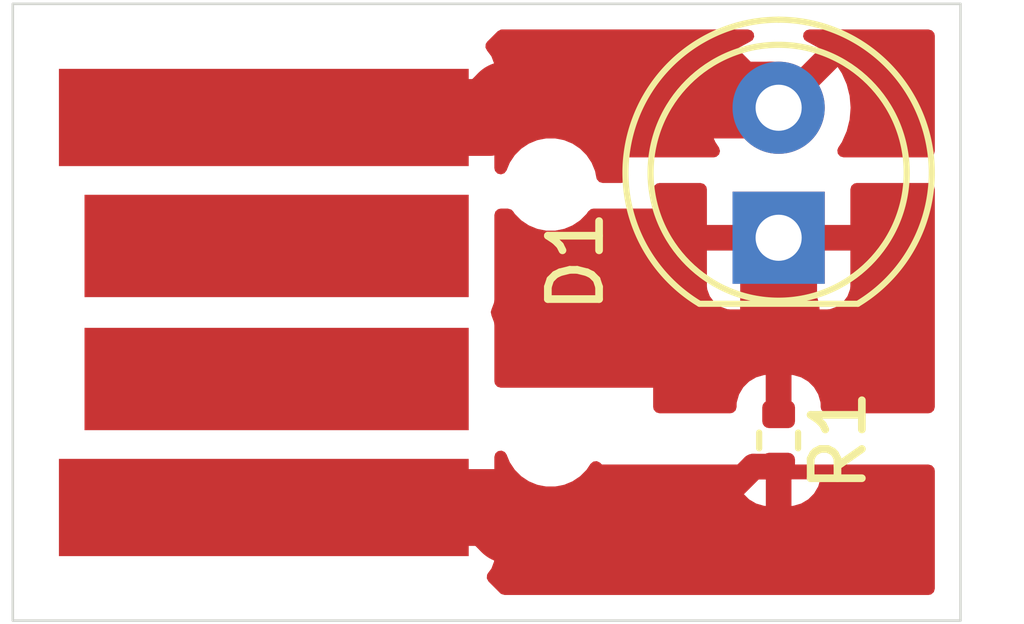
<source format=kicad_pcb>
(kicad_pcb (version 20240108) (generator "pcbnew") (generator_version "8.0")
  (layers (0 "F.Cu" signal) (31 "B.Cu" signal) (34 "B.Paste" user) (35 "F.Paste" user) (36 "B.SilkS" user "B.Silkscreen") (37 "F.SilkS" user "F.Silkscreen") (38 "B.Mask" user) (39 "F.Mask" user) (44 "Edge.Cuts" user))
  (net 0 "")
  (net 1 "+5V")
  (net 2 "Net-(D1-K)")
  (net 3 "GND")
  (footprint "Resistor_SMD:R_0402_1005Metric" (layer "F.Cu") (at 157 102 -90)
    (property "Reference" "R1" (at 0 -1.17 90) (layer "F.SilkS"))
    (property "Value" "100")
    (fp_line (start -0.153641 0.38) (end 0.153641 0.38) (stroke (width 0.12)) (layer "F.SilkS"))
    (fp_line (start -0.153641 -0.38) (end 0.153641 -0.38) (stroke (width 0.12)) (layer "F.SilkS"))
    (pad "1" smd roundrect (at -0.51 0 270) (size 0.54 0.64) (layers "F.Cu" "F.Paste" "F.Mask") (net 2 "Net-(D1-K)"))
    (pad "2" smd roundrect (at 0.51 0 270) (size 0.54 0.64) (layers "F.Cu" "F.Paste" "F.Mask") (net 3 "GND"))
  )
  (footprint "LED_THT:LED_D5.0mm" (layer "F.Cu") (at 157 98.04 90)
    (property "Reference" "D1" (at -0.46 -3.96 90) (layer "F.SilkS"))
    (property "Value" "white")
    (fp_line (start -1.29 -1.545) (end -1.29 1.545) (stroke (width 0.12)) (layer "F.SilkS"))
    (fp_arc (start -1.29 -1.54483) (mid 2.072002 -2.880433) (end 4.26 0.000462) (stroke (width 0.12)) (layer "F.SilkS"))
    (fp_arc (start 4.26 -0.000462) (mid 2.072002 2.880433) (end -1.29 1.54483) (stroke (width 0.12)) (layer "F.SilkS"))
    (fp_circle (center 1.27 0) (end 3.77 0) (stroke (width 0.12)) (fill none) (layer "F.SilkS"))
    (pad "1" thru_hole rect (at 0 0 90) (size 1.8 1.8) (drill 0.9) (layers "*.Cu" "*.Mask") (net 2 "Net-(D1-K)"))
    (pad "2" thru_hole circle (at 2.54 0 90) (size 1.8 1.8) (drill 0.9) (layers "*.Cu" "*.Mask") (net 1 "+5V"))
  )
  (footprint "MAG_USB:usb-PCB-holes" (layer "F.Cu") (at 142.05 99.5 -90)
    (property "Reference" "J1" (hide yes))
    (property "Value" "USB_A_No-Shield" (hide yes))
    (pad "" np_thru_hole circle (at -2.5 -10.5 270) (size 1.3 1.3) (drill 1.3) (layers "F&B.Cu" "*.Mask"))
    (pad "" np_thru_hole circle (at 2.5 -10.5 270) (size 1.3 1.3) (drill 1.3) (layers "F&B.Cu" "*.Mask"))
    (pad "1" connect rect (at -3.81 -4.9 270) (size 1.9 8) (layers "F.Cu" "F.Mask") (net 1 "+5V"))
    (pad "2" connect rect (at -1.3 -5.15 270) (size 2 7.5) (layers "F.Cu" "F.Mask"))
    (pad "3" connect rect (at 1.3 -5.15 270) (size 2 7.5) (layers "F.Cu" "F.Mask"))
    (pad "4" connect rect (at 3.81 -4.9 270) (size 1.9 8) (layers "F.Cu" "F.Mask") (net 3 "GND"))
  )
  (gr_rect (start 142.05 93.47) (end 160.55 105.52) (stroke (width 0.05)) (fill none) (layer "Edge.Cuts"))
  (segment (start 151.67 95.35) (end 156.85 95.35) (width 1.5) (layer "F.Cu") (net 1))
  (segment (start 146.95 95.69) (end 151.33 95.69) (width 1.5) (layer "F.Cu") (net 1))
  (segment (start 156.85 95.35) (end 157 95.5) (width 1.5) (layer "F.Cu") (net 1))
  (segment (start 151.33 95.69) (end 151.67 95.35) (width 1.5) (layer "F.Cu") (net 1))
  (segment (start 157 99.42) (end 157.05 99.47) (width 1.5) (layer "F.Cu") (net 2))
  (segment (start 157 101.49) (end 157 99.42) (width 0.5) (layer "F.Cu") (net 2))
  (segment (start 157 98.04) (end 157 99.42) (width 1.5) (layer "F.Cu") (net 2))
  (segment (start 151.39 103.31) (end 151.55 103.47) (width 1.5) (layer "F.Cu") (net 3))
  (segment (start 151.55 103.47) (end 151.73 103.65) (width 1.5) (layer "F.Cu") (net 3))
  (segment (start 155.37 103.65) (end 155.55 103.47) (width 1.5) (layer "F.Cu") (net 3))
  (segment (start 156.51 102.51) (end 155.55 103.47) (width 0.5) (layer "F.Cu") (net 3))
  (segment (start 151.73 103.65) (end 155.37 103.65) (width 1.5) (layer "F.Cu") (net 3))
  (segment (start 157 102.51) (end 156.51 102.51) (width 0.5) (layer "F.Cu") (net 3))
  (segment (start 146.95 103.31) (end 151.39 103.31) (width 1.5) (layer "F.Cu") (net 3))
  (zone (net 3) (net_name "GND") (layer "F.Cu") (priority 2) (connect_pads (clearance 0.5)) (min_thickness 0.25) (fill yes (thermal_gap 0.5) (thermal_bridge_width 0.5) (island_removal_mode 1) (island_area_min 10))
    (polygon (pts (xy 160.55 102.47) (xy 153.55 102.47) (xy 153.55 101.97) (xy 151.05 101.97) (xy 151.05 104.47) (xy 151.05 103.97) (xy 151.05 104.47) (xy 152.05 105.47) (xy 160.55 105.47)))
  )
  (zone (net 1) (net_name "+5V") (layer "F.Cu") (connect_pads (clearance 0.5)) (min_thickness 0.25) (fill yes (thermal_gap 0.5) (thermal_bridge_width 0.5) (island_removal_mode 1) (island_area_min 10))
    (polygon (pts (xy 160.55 93.47) (xy 152.05 93.47) (xy 151.55 93.97) (xy 151.05 94.47) (xy 151.05 96.97) (xy 154.05 96.97) (xy 154.05 96.47) (xy 160.55 96.47)))
  )
  (zone (net 2) (net_name "Net-(D1-K)") (layer "F.Cu") (priority 1) (connect_pads (clearance 0.5)) (min_thickness 0.25) (fill yes (thermal_gap 0.5) (thermal_bridge_width 0.5) (island_removal_mode 1) (island_area_min 10))
    (polygon (pts (xy 154.55 100.97) (xy 150.55 100.97) (xy 150.55 97.47) (xy 154.55 97.47) (xy 154.55 96.97) (xy 160.55 96.97) (xy 160.55 101.47) (xy 154.55 101.47)))
  )
)
</source>
